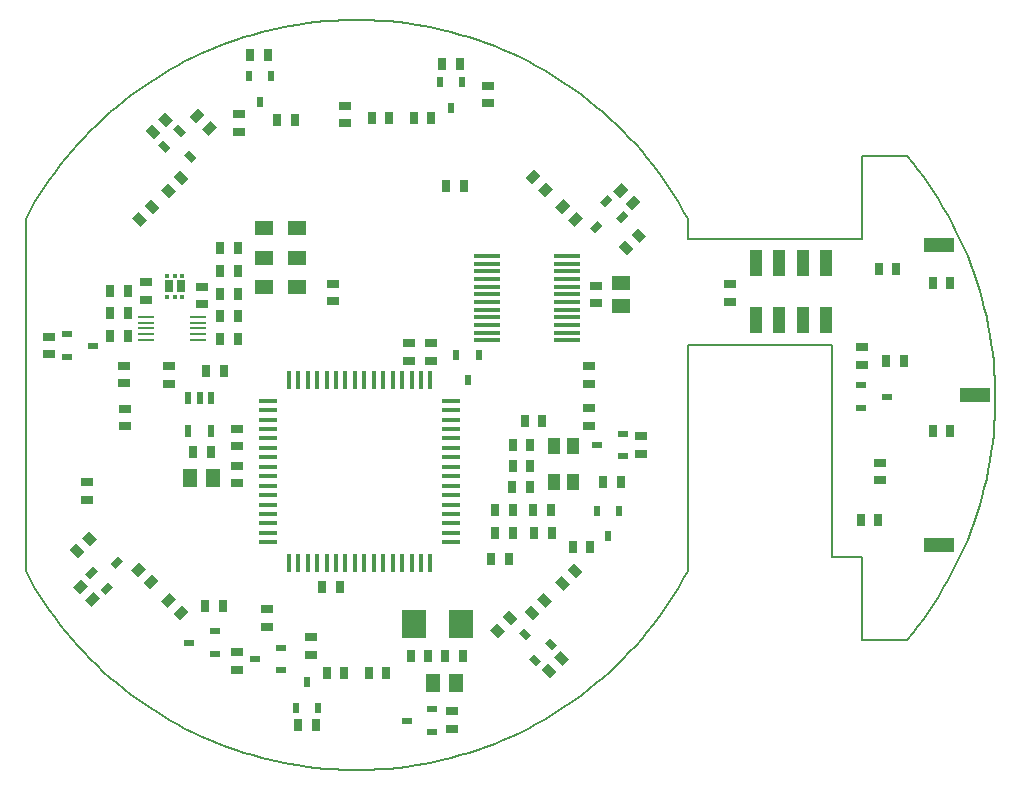
<source format=gtp>
G75*
%MOIN*%
%OFA0B0*%
%FSLAX24Y24*%
%IPPOS*%
%LPD*%
%AMOC8*
5,1,8,0,0,1.08239X$1,22.5*
%
%ADD10C,0.0080*%
%ADD11R,0.0315X0.0394*%
%ADD12R,0.0394X0.0315*%
%ADD13R,0.0453X0.0591*%
%ADD14R,0.0787X0.0945*%
%ADD15R,0.0236X0.0350*%
%ADD16R,0.0350X0.0236*%
%ADD17R,0.0551X0.0110*%
%ADD18R,0.0165X0.0165*%
%ADD19R,0.0307X0.0394*%
%ADD20R,0.0866X0.0157*%
%ADD21R,0.0433X0.0551*%
%ADD22R,0.0591X0.0160*%
%ADD23R,0.0160X0.0591*%
%ADD24R,0.0394X0.0866*%
%ADD25R,0.0236X0.0433*%
%ADD26R,0.0591X0.0453*%
%ADD27R,0.1000X0.0500*%
%ADD28R,0.0630X0.0472*%
D10*
X005768Y008412D02*
X005768Y020148D01*
X005914Y020415D01*
X006066Y020678D01*
X006225Y020937D01*
X006390Y021192D01*
X006561Y021444D01*
X006739Y021691D01*
X006922Y021933D01*
X007111Y022171D01*
X007305Y022405D01*
X007506Y022633D01*
X007712Y022857D01*
X007923Y023075D01*
X008139Y023289D01*
X008361Y023497D01*
X008588Y023699D01*
X008819Y023896D01*
X009055Y024088D01*
X009296Y024273D01*
X009541Y024453D01*
X009791Y024626D01*
X010044Y024794D01*
X010302Y024955D01*
X010563Y025110D01*
X010829Y025259D01*
X011097Y025401D01*
X011369Y025536D01*
X011645Y025665D01*
X011923Y025787D01*
X012204Y025903D01*
X012488Y026011D01*
X012775Y026112D01*
X013064Y026207D01*
X013355Y026294D01*
X013648Y026375D01*
X013943Y026448D01*
X014240Y026514D01*
X014538Y026573D01*
X014837Y026624D01*
X015138Y026668D01*
X015440Y026705D01*
X015742Y026735D01*
X016046Y026757D01*
X016349Y026772D01*
X016653Y026779D01*
X016957Y026779D01*
X017261Y026772D01*
X017564Y026757D01*
X017868Y026735D01*
X018170Y026705D01*
X018472Y026668D01*
X018773Y026624D01*
X019072Y026573D01*
X019370Y026514D01*
X019667Y026448D01*
X019962Y026375D01*
X020255Y026294D01*
X020546Y026207D01*
X020835Y026112D01*
X021122Y026011D01*
X021406Y025903D01*
X021687Y025787D01*
X021965Y025665D01*
X022241Y025536D01*
X022513Y025401D01*
X022781Y025259D01*
X023047Y025110D01*
X023308Y024955D01*
X023566Y024794D01*
X023819Y024626D01*
X024069Y024453D01*
X024314Y024273D01*
X024555Y024088D01*
X024791Y023896D01*
X025022Y023699D01*
X025249Y023497D01*
X025471Y023289D01*
X025687Y023075D01*
X025898Y022857D01*
X026104Y022633D01*
X026305Y022405D01*
X026499Y022171D01*
X026688Y021933D01*
X026871Y021691D01*
X027049Y021444D01*
X027220Y021192D01*
X027385Y020937D01*
X027544Y020678D01*
X027696Y020415D01*
X027842Y020148D01*
X027841Y020148D02*
X027841Y019497D01*
X033635Y019497D01*
X033635Y022252D01*
X035144Y022252D01*
X032651Y015953D02*
X027841Y015953D01*
X027841Y008412D01*
X032651Y008867D02*
X033635Y008867D01*
X033635Y006111D01*
X035144Y006111D01*
X032651Y008867D02*
X032651Y015953D01*
X035143Y022253D02*
X035336Y022019D01*
X035523Y021781D01*
X035704Y021539D01*
X035879Y021292D01*
X036048Y021041D01*
X036211Y020786D01*
X036367Y020528D01*
X036518Y020265D01*
X036662Y019999D01*
X036799Y019730D01*
X036930Y019457D01*
X037055Y019181D01*
X037172Y018903D01*
X037283Y018621D01*
X037387Y018337D01*
X037484Y018050D01*
X037574Y017762D01*
X037658Y017471D01*
X037734Y017178D01*
X037803Y016883D01*
X037864Y016587D01*
X037919Y016290D01*
X037966Y015991D01*
X038007Y015691D01*
X038039Y015390D01*
X038065Y015089D01*
X038083Y014787D01*
X038094Y014485D01*
X038098Y014182D01*
X038094Y013879D01*
X038083Y013577D01*
X038065Y013275D01*
X038039Y012974D01*
X038007Y012673D01*
X037966Y012373D01*
X037919Y012074D01*
X037864Y011777D01*
X037803Y011481D01*
X037734Y011186D01*
X037658Y010893D01*
X037574Y010602D01*
X037484Y010314D01*
X037387Y010027D01*
X037283Y009743D01*
X037172Y009461D01*
X037055Y009183D01*
X036930Y008907D01*
X036799Y008634D01*
X036662Y008365D01*
X036518Y008099D01*
X036367Y007836D01*
X036211Y007578D01*
X036048Y007323D01*
X035879Y007072D01*
X035704Y006825D01*
X035523Y006583D01*
X035336Y006345D01*
X035143Y006111D01*
X027842Y008412D02*
X027696Y008145D01*
X027544Y007882D01*
X027385Y007623D01*
X027220Y007368D01*
X027049Y007116D01*
X026871Y006869D01*
X026688Y006627D01*
X026499Y006389D01*
X026305Y006155D01*
X026104Y005927D01*
X025898Y005703D01*
X025687Y005485D01*
X025471Y005271D01*
X025249Y005063D01*
X025022Y004861D01*
X024791Y004664D01*
X024555Y004472D01*
X024314Y004287D01*
X024069Y004107D01*
X023819Y003934D01*
X023566Y003766D01*
X023308Y003605D01*
X023047Y003450D01*
X022781Y003301D01*
X022513Y003159D01*
X022241Y003024D01*
X021965Y002895D01*
X021687Y002773D01*
X021406Y002657D01*
X021122Y002549D01*
X020835Y002448D01*
X020546Y002353D01*
X020255Y002266D01*
X019962Y002185D01*
X019667Y002112D01*
X019370Y002046D01*
X019072Y001987D01*
X018773Y001936D01*
X018472Y001892D01*
X018170Y001855D01*
X017868Y001825D01*
X017564Y001803D01*
X017261Y001788D01*
X016957Y001781D01*
X016653Y001781D01*
X016349Y001788D01*
X016046Y001803D01*
X015742Y001825D01*
X015440Y001855D01*
X015138Y001892D01*
X014837Y001936D01*
X014538Y001987D01*
X014240Y002046D01*
X013943Y002112D01*
X013648Y002185D01*
X013355Y002266D01*
X013064Y002353D01*
X012775Y002448D01*
X012488Y002549D01*
X012204Y002657D01*
X011923Y002773D01*
X011645Y002895D01*
X011369Y003024D01*
X011097Y003159D01*
X010829Y003301D01*
X010563Y003450D01*
X010302Y003605D01*
X010044Y003766D01*
X009791Y003934D01*
X009541Y004107D01*
X009296Y004287D01*
X009055Y004472D01*
X008819Y004664D01*
X008588Y004861D01*
X008361Y005063D01*
X008139Y005271D01*
X007923Y005485D01*
X007712Y005703D01*
X007506Y005927D01*
X007305Y006155D01*
X007111Y006389D01*
X006922Y006627D01*
X006739Y006869D01*
X006561Y007116D01*
X006390Y007368D01*
X006225Y007623D01*
X006066Y007882D01*
X005914Y008145D01*
X005768Y008412D01*
D11*
X011350Y012365D03*
X011940Y012365D03*
X011798Y015067D03*
X012388Y015067D03*
X012248Y016149D03*
X012838Y016149D03*
X012838Y016899D03*
X012248Y016899D03*
X012248Y017649D03*
X012838Y017649D03*
X012838Y018399D03*
X012248Y018399D03*
X012248Y019168D03*
X012838Y019168D03*
X009188Y017749D03*
X008598Y017749D03*
X008598Y016999D03*
X009188Y016999D03*
X009188Y016249D03*
X008598Y016249D03*
X014159Y023455D03*
X014750Y023455D03*
X017309Y023530D03*
X017900Y023530D03*
X018709Y023530D03*
X019300Y023530D03*
X019659Y025305D03*
X020250Y025305D03*
X020375Y021255D03*
X019784Y021255D03*
X013850Y025605D03*
X013259Y025605D03*
X022409Y013430D03*
X023000Y013430D03*
X022600Y012630D03*
X022009Y012630D03*
X022009Y011930D03*
X022600Y011930D03*
X022575Y011230D03*
X021984Y011230D03*
X022004Y010436D03*
X022695Y010442D03*
X023286Y010442D03*
X023311Y009693D03*
X022720Y009693D03*
X022004Y009687D03*
X021414Y009687D03*
X021414Y010436D03*
X021284Y008830D03*
X021875Y008830D03*
X024009Y009230D03*
X024600Y009230D03*
X025011Y011393D03*
X025602Y011393D03*
X020350Y005580D03*
X019759Y005580D03*
X019200Y005580D03*
X018609Y005580D03*
X017800Y005030D03*
X017209Y005030D03*
X016400Y005030D03*
X015809Y005030D03*
X015450Y003280D03*
X014859Y003280D03*
X012351Y007232D03*
X011760Y007232D03*
X015659Y007880D03*
X016250Y007880D03*
X033609Y010130D03*
X034200Y010130D03*
X036009Y013080D03*
X036600Y013080D03*
X035050Y015430D03*
X034459Y015430D03*
X036009Y018030D03*
X036600Y018030D03*
X034800Y018480D03*
X034209Y018480D03*
D12*
G36*
X007766Y007452D02*
X008044Y007730D01*
X008266Y007508D01*
X007988Y007230D01*
X007766Y007452D01*
G37*
G36*
X007348Y007870D02*
X007626Y008148D01*
X007848Y007926D01*
X007570Y007648D01*
X007348Y007870D01*
G37*
G36*
X007454Y009333D02*
X007732Y009055D01*
X007510Y008833D01*
X007232Y009111D01*
X007454Y009333D01*
G37*
G36*
X007871Y009751D02*
X008149Y009473D01*
X007927Y009251D01*
X007649Y009529D01*
X007871Y009751D01*
G37*
X007805Y010785D03*
X007805Y011375D03*
X009069Y013233D03*
X009069Y013824D03*
X009050Y014666D03*
X009050Y015256D03*
X010566Y015246D03*
X010566Y014655D03*
X012810Y013155D03*
X012810Y012564D03*
X012810Y011930D03*
X012810Y011339D03*
G36*
X009782Y008495D02*
X009504Y008217D01*
X009282Y008439D01*
X009560Y008717D01*
X009782Y008495D01*
G37*
G36*
X010199Y008077D02*
X009921Y007799D01*
X009699Y008021D01*
X009977Y008299D01*
X010199Y008077D01*
G37*
G36*
X010282Y007413D02*
X010560Y007691D01*
X010782Y007469D01*
X010504Y007191D01*
X010282Y007413D01*
G37*
G36*
X010699Y006995D02*
X010977Y007273D01*
X011199Y007051D01*
X010921Y006773D01*
X010699Y006995D01*
G37*
X012805Y005700D03*
X012805Y005110D03*
X013805Y006560D03*
X013805Y007150D03*
X015293Y006217D03*
X015293Y005627D03*
X019980Y003750D03*
X019980Y003160D03*
G36*
X023252Y004838D02*
X022974Y005116D01*
X023196Y005338D01*
X023474Y005060D01*
X023252Y004838D01*
G37*
G36*
X023670Y005256D02*
X023392Y005534D01*
X023614Y005756D01*
X023892Y005478D01*
X023670Y005256D01*
G37*
G36*
X022624Y007270D02*
X022902Y006992D01*
X022680Y006770D01*
X022402Y007048D01*
X022624Y007270D01*
G37*
G36*
X023041Y007688D02*
X023319Y007410D01*
X023097Y007188D01*
X022819Y007466D01*
X023041Y007688D01*
G37*
G36*
X023684Y007757D02*
X023406Y008035D01*
X023628Y008257D01*
X023906Y007979D01*
X023684Y007757D01*
G37*
G36*
X024101Y008174D02*
X023823Y008452D01*
X024045Y008674D01*
X024323Y008396D01*
X024101Y008174D01*
G37*
G36*
X021949Y006602D02*
X021671Y006880D01*
X021893Y007102D01*
X022171Y006824D01*
X021949Y006602D01*
G37*
G36*
X021531Y006184D02*
X021253Y006462D01*
X021475Y006684D01*
X021753Y006406D01*
X021531Y006184D01*
G37*
X026297Y012323D03*
X026297Y012913D03*
X024543Y013260D03*
X024543Y013850D03*
X024550Y014649D03*
X024550Y015240D03*
X024780Y017335D03*
X024780Y017925D03*
G36*
X025820Y018934D02*
X025542Y019212D01*
X025764Y019434D01*
X026042Y019156D01*
X025820Y018934D01*
G37*
G36*
X026237Y019352D02*
X025959Y019630D01*
X026181Y019852D01*
X026459Y019574D01*
X026237Y019352D01*
G37*
G36*
X026278Y020710D02*
X026000Y020432D01*
X025778Y020654D01*
X026056Y020932D01*
X026278Y020710D01*
G37*
G36*
X025860Y021128D02*
X025582Y020850D01*
X025360Y021072D01*
X025638Y021350D01*
X025860Y021128D01*
G37*
G36*
X023842Y020114D02*
X024120Y020392D01*
X024342Y020170D01*
X024064Y019892D01*
X023842Y020114D01*
G37*
G36*
X023425Y020531D02*
X023703Y020809D01*
X023925Y020587D01*
X023647Y020309D01*
X023425Y020531D01*
G37*
G36*
X023352Y021160D02*
X023074Y020882D01*
X022852Y021104D01*
X023130Y021382D01*
X023352Y021160D01*
G37*
G36*
X022935Y021577D02*
X022657Y021299D01*
X022435Y021521D01*
X022713Y021799D01*
X022935Y021577D01*
G37*
X021191Y023999D03*
X021191Y024590D03*
X016405Y023925D03*
X016405Y023335D03*
X012880Y023060D03*
X012880Y023650D03*
G36*
X012150Y023201D02*
X011872Y022923D01*
X011650Y023145D01*
X011928Y023423D01*
X012150Y023201D01*
G37*
G36*
X011733Y023618D02*
X011455Y023340D01*
X011233Y023562D01*
X011511Y023840D01*
X011733Y023618D01*
G37*
G36*
X010409Y023717D02*
X010687Y023439D01*
X010465Y023217D01*
X010187Y023495D01*
X010409Y023717D01*
G37*
G36*
X009991Y023299D02*
X010269Y023021D01*
X010047Y022799D01*
X009769Y023077D01*
X009991Y023299D01*
G37*
G36*
X010983Y021270D02*
X010705Y021548D01*
X010927Y021770D01*
X011205Y021492D01*
X010983Y021270D01*
G37*
G36*
X010565Y020852D02*
X010287Y021130D01*
X010509Y021352D01*
X010787Y021074D01*
X010565Y020852D01*
G37*
G36*
X009954Y020806D02*
X010232Y020528D01*
X010010Y020306D01*
X009732Y020584D01*
X009954Y020806D01*
G37*
G36*
X009537Y020388D02*
X009815Y020110D01*
X009593Y019888D01*
X009315Y020166D01*
X009537Y020388D01*
G37*
X009793Y018044D03*
X009793Y017453D03*
X011643Y017303D03*
X011643Y017894D03*
X016024Y017988D03*
X016024Y017398D03*
X018542Y016015D03*
X018542Y015424D03*
X019299Y015414D03*
X019299Y016005D03*
X029255Y017385D03*
X029255Y017975D03*
X033655Y015875D03*
X033655Y015285D03*
X034255Y012025D03*
X034255Y011435D03*
X006550Y015635D03*
X006550Y016225D03*
D13*
X011236Y011505D03*
X012023Y011505D03*
X019336Y004680D03*
X020123Y004680D03*
D14*
X020292Y006655D03*
X018717Y006655D03*
D15*
X015155Y004705D03*
X015529Y003855D03*
X014781Y003855D03*
X024806Y010430D03*
X025554Y010430D03*
X025180Y009580D03*
X020505Y014780D03*
X020879Y015630D03*
X020131Y015630D03*
X019955Y023855D03*
X020329Y024705D03*
X019581Y024705D03*
X013954Y024905D03*
X013206Y024905D03*
X013580Y024055D03*
D16*
G36*
X011202Y022435D02*
X011449Y022188D01*
X011282Y022021D01*
X011035Y022268D01*
X011202Y022435D01*
G37*
G36*
X010865Y023300D02*
X011112Y023053D01*
X010945Y022886D01*
X010698Y023133D01*
X010865Y023300D01*
G37*
G36*
X010336Y022771D02*
X010583Y022524D01*
X010416Y022357D01*
X010169Y022604D01*
X010336Y022771D01*
G37*
X007159Y016298D03*
X008009Y015924D03*
X007159Y015550D03*
G36*
X008619Y008655D02*
X008866Y008902D01*
X009033Y008735D01*
X008786Y008488D01*
X008619Y008655D01*
G37*
G36*
X007754Y008319D02*
X008001Y008566D01*
X008168Y008399D01*
X007921Y008152D01*
X007754Y008319D01*
G37*
G36*
X008283Y007790D02*
X008530Y008037D01*
X008697Y007870D01*
X008450Y007623D01*
X008283Y007790D01*
G37*
X011230Y006030D03*
X012080Y005656D03*
X012080Y006404D03*
X013430Y005480D03*
X014280Y005106D03*
X014280Y005854D03*
X018480Y003430D03*
X019330Y003056D03*
X019330Y003804D03*
G36*
X022792Y005235D02*
X022545Y005482D01*
X022712Y005649D01*
X022959Y005402D01*
X022792Y005235D01*
G37*
G36*
X023321Y005764D02*
X023074Y006011D01*
X023241Y006178D01*
X023488Y005931D01*
X023321Y005764D01*
G37*
G36*
X022455Y006101D02*
X022208Y006348D01*
X022375Y006515D01*
X022622Y006268D01*
X022455Y006101D01*
G37*
X025674Y012245D03*
X024824Y012619D03*
X025674Y012993D03*
X033630Y013856D03*
X033630Y014604D03*
X034480Y014230D03*
G36*
X025869Y020253D02*
X025622Y020006D01*
X025455Y020173D01*
X025702Y020420D01*
X025869Y020253D01*
G37*
G36*
X025340Y020781D02*
X025093Y020534D01*
X024926Y020701D01*
X025173Y020948D01*
X025340Y020781D01*
G37*
G36*
X025003Y019916D02*
X024756Y019669D01*
X024589Y019836D01*
X024836Y020083D01*
X025003Y019916D01*
G37*
D17*
X011509Y016892D03*
X011509Y016695D03*
X011509Y016499D03*
X011509Y016302D03*
X011509Y016105D03*
X009777Y016105D03*
X009777Y016302D03*
X009777Y016499D03*
X009777Y016695D03*
X009777Y016892D03*
D18*
X010487Y017538D03*
X010743Y017538D03*
X010999Y017538D03*
X010999Y018259D03*
X010743Y018259D03*
X010487Y018259D03*
D19*
X010546Y017899D03*
X010940Y017899D03*
D20*
X021150Y017889D03*
X021150Y018145D03*
X021150Y018401D03*
X021150Y018657D03*
X021150Y018912D03*
X021150Y017633D03*
X021150Y017377D03*
X021150Y017121D03*
X021150Y016865D03*
X021150Y016609D03*
X021150Y016353D03*
X021150Y016098D03*
X023810Y016098D03*
X023810Y016353D03*
X023810Y016609D03*
X023810Y016865D03*
X023810Y017121D03*
X023810Y017377D03*
X023810Y017633D03*
X023810Y017889D03*
X023810Y018145D03*
X023810Y018401D03*
X023810Y018657D03*
X023810Y018912D03*
D21*
X024020Y012571D03*
X023390Y012571D03*
X023390Y011389D03*
X024020Y011389D03*
D22*
X019956Y011258D03*
X019956Y011573D03*
X019956Y011887D03*
X019956Y012202D03*
X019956Y012517D03*
X019956Y012832D03*
X019956Y013147D03*
X019956Y013462D03*
X019956Y013777D03*
X019956Y014092D03*
X019956Y010943D03*
X019956Y010628D03*
X019956Y010313D03*
X019956Y009998D03*
X019956Y009683D03*
X019956Y009368D03*
X013853Y009368D03*
X013853Y009683D03*
X013853Y009998D03*
X013853Y010313D03*
X013853Y010628D03*
X013853Y010943D03*
X013853Y011258D03*
X013853Y011573D03*
X013853Y011887D03*
X013853Y012202D03*
X013853Y012517D03*
X013853Y012832D03*
X013853Y013147D03*
X013853Y013462D03*
X013853Y013777D03*
X013853Y014092D03*
D23*
X014542Y014781D03*
X014857Y014781D03*
X015172Y014781D03*
X015487Y014781D03*
X015802Y014781D03*
X016117Y014781D03*
X016432Y014781D03*
X016747Y014781D03*
X017062Y014781D03*
X017377Y014781D03*
X017692Y014781D03*
X018007Y014781D03*
X018322Y014781D03*
X018637Y014781D03*
X018952Y014781D03*
X019267Y014781D03*
X019267Y008679D03*
X018952Y008679D03*
X018637Y008679D03*
X018322Y008679D03*
X018007Y008679D03*
X017692Y008679D03*
X017377Y008679D03*
X017062Y008679D03*
X016747Y008679D03*
X016432Y008679D03*
X016117Y008679D03*
X015802Y008679D03*
X015487Y008679D03*
X015172Y008679D03*
X014857Y008679D03*
X014542Y008679D03*
D24*
X030102Y016783D03*
X030889Y016783D03*
X031676Y016783D03*
X032464Y016783D03*
X032464Y018673D03*
X031676Y018673D03*
X030889Y018673D03*
X030102Y018673D03*
D25*
X011945Y014197D03*
X011571Y014197D03*
X011197Y014197D03*
X011197Y013095D03*
X011945Y013095D03*
D26*
X025630Y017236D03*
X025630Y018024D03*
D27*
X036205Y019280D03*
X037405Y014280D03*
X036205Y009280D03*
D28*
X014806Y017871D03*
X014806Y018855D03*
X013703Y018855D03*
X013703Y017871D03*
X013703Y019839D03*
X014806Y019839D03*
M02*

</source>
